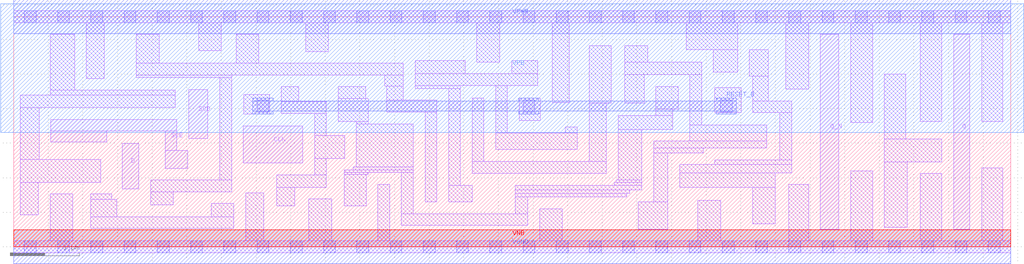
<source format=lef>
# Copyright 2020 The SkyWater PDK Authors
#
# Licensed under the Apache License, Version 2.0 (the "License");
# you may not use this file except in compliance with the License.
# You may obtain a copy of the License at
#
#     https://www.apache.org/licenses/LICENSE-2.0
#
# Unless required by applicable law or agreed to in writing, software
# distributed under the License is distributed on an "AS IS" BASIS,
# WITHOUT WARRANTIES OR CONDITIONS OF ANY KIND, either express or implied.
# See the License for the specific language governing permissions and
# limitations under the License.
#
# SPDX-License-Identifier: Apache-2.0

VERSION 5.7 ;
  NOWIREEXTENSIONATPIN ON ;
  DIVIDERCHAR "/" ;
  BUSBITCHARS "[]" ;
MACRO sky130_fd_sc_lp__sdfrbp_2
  CLASS CORE ;
  FOREIGN sky130_fd_sc_lp__sdfrbp_2 ;
  ORIGIN  0.000000  0.000000 ;
  SIZE  14.40000 BY  3.330000 ;
  SYMMETRY R90 ;
  SITE unit ;
  PIN D
    ANTENNAGATEAREA  0.159000 ;
    DIRECTION INPUT ;
    USE SIGNAL ;
    PORT
      LAYER li1 ;
        RECT 1.570000 0.840000 1.805000 1.495000 ;
    END
  END D
  PIN Q
    ANTENNADIFFAREA  0.588000 ;
    DIRECTION OUTPUT ;
    USE SIGNAL ;
    PORT
      LAYER li1 ;
        RECT 13.575000 0.255000 13.810000 3.075000 ;
    END
  END Q
  PIN Q_N
    ANTENNADIFFAREA  0.588000 ;
    DIRECTION OUTPUT ;
    USE SIGNAL ;
    PORT
      LAYER li1 ;
        RECT 11.650000 0.255000 11.915000 3.075000 ;
    END
  END Q_N
  PIN RESET_B
    ANTENNAGATEAREA  0.411000 ;
    DIRECTION INPUT ;
    USE SIGNAL ;
    PORT
      LAYER met1 ;
        RECT  3.455000 1.920000  3.745000 1.965000 ;
        RECT  3.455000 1.965000 10.435000 2.105000 ;
        RECT  3.455000 2.105000  3.745000 2.150000 ;
        RECT  7.295000 1.920000  7.585000 1.965000 ;
        RECT  7.295000 2.105000  7.585000 2.150000 ;
        RECT 10.145000 1.920000 10.435000 1.965000 ;
        RECT 10.145000 2.105000 10.435000 2.150000 ;
    END
  END RESET_B
  PIN SCD
    ANTENNAGATEAREA  0.159000 ;
    DIRECTION INPUT ;
    USE SIGNAL ;
    PORT
      LAYER li1 ;
        RECT 2.525000 1.565000 2.805000 2.275000 ;
    END
  END SCD
  PIN SCE
    ANTENNAGATEAREA  0.318000 ;
    DIRECTION INPUT ;
    USE SIGNAL ;
    PORT
      LAYER li1 ;
        RECT 0.535000 1.515000 1.345000 1.675000 ;
        RECT 0.535000 1.675000 2.355000 1.845000 ;
        RECT 2.185000 1.135000 2.515000 1.395000 ;
        RECT 2.185000 1.395000 2.355000 1.675000 ;
    END
  END SCE
  PIN CLK
    ANTENNAGATEAREA  0.315000 ;
    DIRECTION INPUT ;
    USE CLOCK ;
    PORT
      LAYER li1 ;
        RECT 3.315000 1.210000 4.175000 1.750000 ;
    END
  END CLK
  PIN VGND
    DIRECTION INOUT ;
    USE GROUND ;
    PORT
      LAYER met1 ;
        RECT 0.000000 -0.245000 14.400000 0.245000 ;
    END
  END VGND
  PIN VNB
    DIRECTION INOUT ;
    USE GROUND ;
    PORT
      LAYER pwell ;
        RECT 0.000000 0.000000 14.400000 0.245000 ;
    END
  END VNB
  PIN VPB
    DIRECTION INOUT ;
    USE POWER ;
    PORT
      LAYER nwell ;
        RECT -0.190000 1.655000 14.590000 3.520000 ;
    END
  END VPB
  PIN VPWR
    DIRECTION INOUT ;
    USE POWER ;
    PORT
      LAYER met1 ;
        RECT 0.000000 3.085000 14.400000 3.575000 ;
    END
  END VPWR
  OBS
    LAYER li1 ;
      RECT  0.000000 -0.085000 14.400000 0.085000 ;
      RECT  0.000000  3.245000 14.400000 3.415000 ;
      RECT  0.095000  0.465000  0.355000 0.935000 ;
      RECT  0.095000  0.935000  1.255000 1.265000 ;
      RECT  0.095000  1.265000  0.365000 2.015000 ;
      RECT  0.095000  2.015000  2.335000 2.195000 ;
      RECT  0.525000  0.085000  0.855000 0.765000 ;
      RECT  0.530000  2.195000  2.335000 2.265000 ;
      RECT  0.530000  2.265000  0.880000 3.075000 ;
      RECT  1.050000  2.435000  1.310000 3.245000 ;
      RECT  1.115000  0.265000  3.180000 0.435000 ;
      RECT  1.115000  0.435000  1.490000 0.685000 ;
      RECT  1.115000  0.685000  1.415000 0.765000 ;
      RECT  1.770000  2.445000  3.145000 2.485000 ;
      RECT  1.770000  2.485000  5.625000 2.655000 ;
      RECT  1.770000  2.655000  2.100000 3.075000 ;
      RECT  1.975000  0.605000  2.305000 0.795000 ;
      RECT  1.975000  0.795000  3.145000 0.965000 ;
      RECT  2.670000  2.835000  3.000000 3.245000 ;
      RECT  2.850000  0.435000  3.180000 0.625000 ;
      RECT  2.975000  0.965000  3.145000 2.445000 ;
      RECT  3.210000  2.655000  3.540000 3.075000 ;
      RECT  3.325000  1.920000  3.695000 2.200000 ;
      RECT  3.350000  0.085000  3.610000 0.780000 ;
      RECT  3.800000  0.595000  4.060000 0.860000 ;
      RECT  3.800000  0.860000  4.515000 1.040000 ;
      RECT  3.865000  1.930000  4.515000 2.100000 ;
      RECT  3.865000  2.100000  4.115000 2.315000 ;
      RECT  4.215000  2.825000  4.545000 3.245000 ;
      RECT  4.260000  0.085000  4.590000 0.690000 ;
      RECT  4.345000  1.040000  4.515000 1.280000 ;
      RECT  4.345000  1.280000  4.780000 1.610000 ;
      RECT  4.345000  1.610000  4.515000 1.930000 ;
      RECT  4.685000  1.815000  5.120000 2.145000 ;
      RECT  4.685000  2.145000  5.085000 2.315000 ;
      RECT  4.770000  0.595000  5.090000 1.050000 ;
      RECT  4.770000  1.050000  5.120000 1.075000 ;
      RECT  4.770000  1.075000  5.770000 1.110000 ;
      RECT  4.905000  1.110000  5.770000 1.155000 ;
      RECT  4.950000  1.155000  5.770000 1.780000 ;
      RECT  4.950000  1.780000  5.120000 1.815000 ;
      RECT  5.260000  0.085000  5.430000 0.905000 ;
      RECT  5.355000  2.325000  5.625000 2.485000 ;
      RECT  5.390000  1.950000  6.110000 2.120000 ;
      RECT  5.390000  2.120000  5.625000 2.325000 ;
      RECT  5.600000  0.310000  7.425000 0.480000 ;
      RECT  5.600000  0.480000  5.770000 1.075000 ;
      RECT  5.795000  2.290000  6.450000 2.335000 ;
      RECT  5.795000  2.335000  7.565000 2.505000 ;
      RECT  5.795000  2.505000  6.520000 2.695000 ;
      RECT  5.940000  0.650000  6.110000 1.950000 ;
      RECT  6.280000  0.650000  6.620000 0.890000 ;
      RECT  6.280000  0.890000  6.450000 2.290000 ;
      RECT  6.620000  1.060000  8.560000 1.235000 ;
      RECT  6.620000  1.235000  6.790000 2.155000 ;
      RECT  6.690000  2.675000  7.020000 3.245000 ;
      RECT  6.960000  1.405000  8.140000 1.645000 ;
      RECT  6.960000  1.645000  7.130000 2.335000 ;
      RECT  7.190000  2.505000  7.565000 2.695000 ;
      RECT  7.245000  0.480000  7.425000 0.720000 ;
      RECT  7.245000  0.720000  8.850000 0.775000 ;
      RECT  7.245000  0.775000  8.900000 0.820000 ;
      RECT  7.245000  0.820000  9.070000 0.890000 ;
      RECT  7.300000  1.825000  7.605000 2.155000 ;
      RECT  7.595000  0.085000  7.925000 0.550000 ;
      RECT  7.775000  2.085000  8.025000 3.245000 ;
      RECT  7.965000  1.645000  8.140000 1.735000 ;
      RECT  8.310000  1.235000  8.560000 2.080000 ;
      RECT  8.310000  2.080000  8.630000 2.910000 ;
      RECT  8.670000  0.890000  9.070000 0.930000 ;
      RECT  8.705000  0.930000  9.070000 0.965000 ;
      RECT  8.730000  0.965000  9.070000 1.700000 ;
      RECT  8.730000  1.700000  9.515000 1.900000 ;
      RECT  8.825000  2.080000  9.105000 2.490000 ;
      RECT  8.825000  2.490000  9.935000 2.670000 ;
      RECT  8.825000  2.670000  9.155000 2.910000 ;
      RECT  9.020000  0.255000  9.445000 0.650000 ;
      RECT  9.240000  0.650000  9.445000 1.360000 ;
      RECT  9.240000  1.360000  9.955000 1.430000 ;
      RECT  9.240000  1.430000 10.875000 1.530000 ;
      RECT  9.275000  1.900000  9.515000 1.990000 ;
      RECT  9.275000  1.990000  9.595000 2.320000 ;
      RECT  9.615000  0.860000 11.000000 1.070000 ;
      RECT  9.615000  1.070000 11.235000 1.190000 ;
      RECT  9.710000  2.850000 10.455000 3.245000 ;
      RECT  9.765000  1.530000 10.875000 1.760000 ;
      RECT  9.765000  1.760000  9.935000 2.490000 ;
      RECT  9.880000  0.085000 10.210000 0.670000 ;
      RECT 10.105000  2.525000 10.455000 2.850000 ;
      RECT 10.125000  1.190000 11.235000 1.260000 ;
      RECT 10.125000  1.940000 10.505000 2.300000 ;
      RECT 10.625000  2.470000 10.895000 2.855000 ;
      RECT 10.670000  0.330000 11.000000 0.860000 ;
      RECT 10.675000  1.940000 11.235000 2.110000 ;
      RECT 10.675000  2.110000 10.895000 2.470000 ;
      RECT 11.065000  1.260000 11.235000 1.940000 ;
      RECT 11.150000  2.280000 11.480000 3.245000 ;
      RECT 11.190000  0.085000 11.480000 0.900000 ;
      RECT 12.085000  0.085000 12.405000 1.095000 ;
      RECT 12.085000  1.795000 12.405000 3.245000 ;
      RECT 12.575000  0.285000 12.905000 1.230000 ;
      RECT 12.575000  1.230000 13.405000 1.560000 ;
      RECT 12.575000  1.560000 12.885000 2.495000 ;
      RECT 13.095000  0.085000 13.405000 1.060000 ;
      RECT 13.095000  1.815000 13.405000 3.245000 ;
      RECT 13.980000  0.085000 14.285000 1.140000 ;
      RECT 13.980000  1.815000 14.285000 3.245000 ;
    LAYER mcon ;
      RECT  0.155000 -0.085000  0.325000 0.085000 ;
      RECT  0.155000  3.245000  0.325000 3.415000 ;
      RECT  0.635000 -0.085000  0.805000 0.085000 ;
      RECT  0.635000  3.245000  0.805000 3.415000 ;
      RECT  1.115000 -0.085000  1.285000 0.085000 ;
      RECT  1.115000  3.245000  1.285000 3.415000 ;
      RECT  1.595000 -0.085000  1.765000 0.085000 ;
      RECT  1.595000  3.245000  1.765000 3.415000 ;
      RECT  2.075000 -0.085000  2.245000 0.085000 ;
      RECT  2.075000  3.245000  2.245000 3.415000 ;
      RECT  2.555000 -0.085000  2.725000 0.085000 ;
      RECT  2.555000  3.245000  2.725000 3.415000 ;
      RECT  3.035000 -0.085000  3.205000 0.085000 ;
      RECT  3.035000  3.245000  3.205000 3.415000 ;
      RECT  3.515000 -0.085000  3.685000 0.085000 ;
      RECT  3.515000  1.950000  3.685000 2.120000 ;
      RECT  3.515000  3.245000  3.685000 3.415000 ;
      RECT  3.995000 -0.085000  4.165000 0.085000 ;
      RECT  3.995000  3.245000  4.165000 3.415000 ;
      RECT  4.475000 -0.085000  4.645000 0.085000 ;
      RECT  4.475000  3.245000  4.645000 3.415000 ;
      RECT  4.955000 -0.085000  5.125000 0.085000 ;
      RECT  4.955000  3.245000  5.125000 3.415000 ;
      RECT  5.435000 -0.085000  5.605000 0.085000 ;
      RECT  5.435000  3.245000  5.605000 3.415000 ;
      RECT  5.915000 -0.085000  6.085000 0.085000 ;
      RECT  5.915000  3.245000  6.085000 3.415000 ;
      RECT  6.395000 -0.085000  6.565000 0.085000 ;
      RECT  6.395000  3.245000  6.565000 3.415000 ;
      RECT  6.875000 -0.085000  7.045000 0.085000 ;
      RECT  6.875000  3.245000  7.045000 3.415000 ;
      RECT  7.355000 -0.085000  7.525000 0.085000 ;
      RECT  7.355000  1.950000  7.525000 2.120000 ;
      RECT  7.355000  3.245000  7.525000 3.415000 ;
      RECT  7.835000 -0.085000  8.005000 0.085000 ;
      RECT  7.835000  3.245000  8.005000 3.415000 ;
      RECT  8.315000 -0.085000  8.485000 0.085000 ;
      RECT  8.315000  3.245000  8.485000 3.415000 ;
      RECT  8.795000 -0.085000  8.965000 0.085000 ;
      RECT  8.795000  3.245000  8.965000 3.415000 ;
      RECT  9.275000 -0.085000  9.445000 0.085000 ;
      RECT  9.275000  3.245000  9.445000 3.415000 ;
      RECT  9.755000 -0.085000  9.925000 0.085000 ;
      RECT  9.755000  3.245000  9.925000 3.415000 ;
      RECT 10.205000  1.950000 10.375000 2.120000 ;
      RECT 10.235000 -0.085000 10.405000 0.085000 ;
      RECT 10.235000  3.245000 10.405000 3.415000 ;
      RECT 10.715000 -0.085000 10.885000 0.085000 ;
      RECT 10.715000  3.245000 10.885000 3.415000 ;
      RECT 11.195000 -0.085000 11.365000 0.085000 ;
      RECT 11.195000  3.245000 11.365000 3.415000 ;
      RECT 11.675000 -0.085000 11.845000 0.085000 ;
      RECT 11.675000  3.245000 11.845000 3.415000 ;
      RECT 12.155000 -0.085000 12.325000 0.085000 ;
      RECT 12.155000  3.245000 12.325000 3.415000 ;
      RECT 12.635000 -0.085000 12.805000 0.085000 ;
      RECT 12.635000  3.245000 12.805000 3.415000 ;
      RECT 13.115000 -0.085000 13.285000 0.085000 ;
      RECT 13.115000  3.245000 13.285000 3.415000 ;
      RECT 13.595000 -0.085000 13.765000 0.085000 ;
      RECT 13.595000  3.245000 13.765000 3.415000 ;
      RECT 14.075000 -0.085000 14.245000 0.085000 ;
      RECT 14.075000  3.245000 14.245000 3.415000 ;
  END
END sky130_fd_sc_lp__sdfrbp_2
END LIBRARY

</source>
